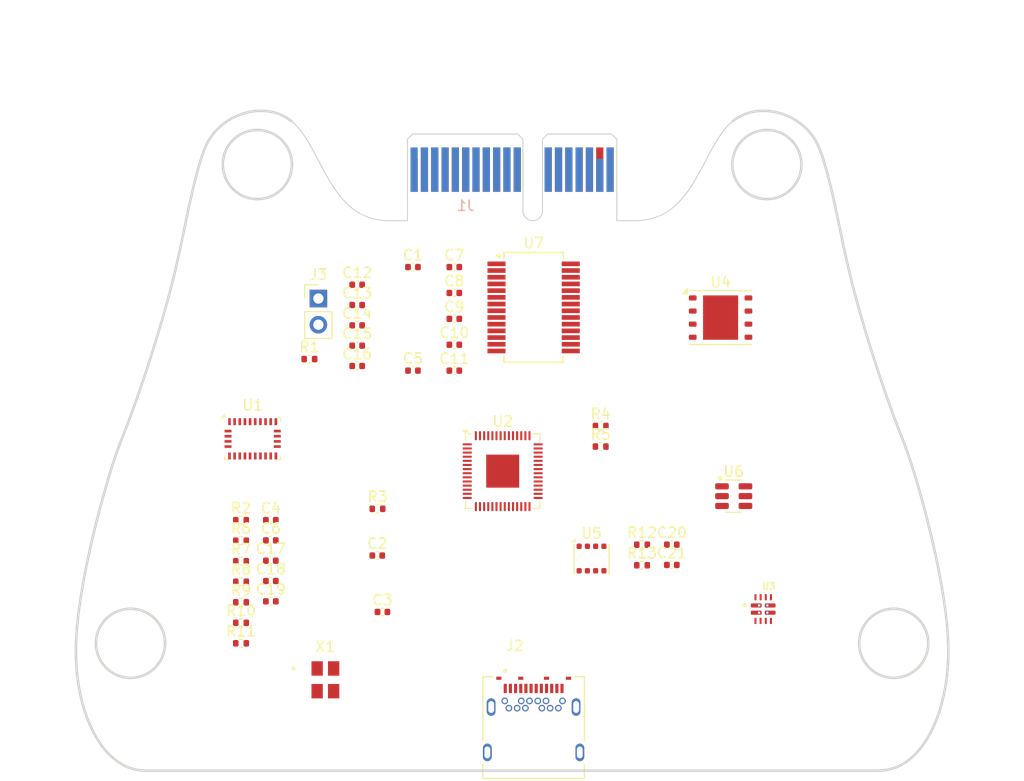
<source format=kicad_pcb>
(kicad_pcb (version 20240108) (generator "pcbnew") (generator_version "8.0")
  (layers (0 "F.Cu" signal) (31 "B.Cu" signal) (34 "B.Paste" user) (35 "F.Paste" user) (36 "B.SilkS" user "B.Silkscreen") (37 "F.SilkS" user "F.Silkscreen") (38 "B.Mask" user) (39 "F.Mask" user) (44 "Edge.Cuts" user))
  (net 0 "")
  (net 12 "VBM")
  (net 16 "/XIN")
  (net 22 "Net-(U1-GNDIO-Pad15)")
  (net 49 "+3V3")
  (net 50 "SDA")
  (net 53 "GND")
  (net 55 "SCL")
  (net 57 "Net-(U2-USB_DP)")
  (net 59 "+1V1")
  (net 60 "UDB_D+")
  (net 62 "VBUS")
  (net 68 "Net-(C3-Pad1)")
  (net 78 "UDB_D-")
  (net 83 "/XOUT")
  (net 92 "/USB_D+")
  (net 99 "Net-(U3-ILIM)")
  (net 100 "Net-(U3-OV2)")
  (net 102 "/vpre")
  (net 103 "Net-(U3-OV1)")
  (net 118 "/QSPI_SS")
  (net 119 "/QSPI_SCLK")
  (net 120 "/QSPI_SD1")
  (net 121 "/QSPI_SD0")
  (net 122 "/QSPI_SD3")
  (net 123 "/QSPI_SD2")
  (net 124 "/~{USB_BOOT_S}")
  (net 153 "/USB_D-")
  (net 154 "Net-(U2-USB_DM)")
  (net 155 "Net-(U3-SS)")
  (net 156 "Net-(U6-FB)")
  (net 157 "+3.3V")
  (net 158 "Net-(U6-CB)")
  (footprint "Package_SON:WSON-8-1EP_6x5mm_P1.27mm_EP3.4x4.3mm" (layer "F.Cu") (at 166.6275 78.4875)
    (property "Reference" "U4" (at 0 -3.45 0) (layer "F.SilkS"))
    (property "Value" "W25Q128JVP")
    (pad "1" smd roundrect (at -2.7 -1.905) (size 0.75 0.5) (layers "F.Cu" "F.Paste" "F.Mask") (net 118 "/QSPI_SS"))
    (pad "2" smd roundrect (at -2.7 -0.635) (size 0.75 0.5) (layers "F.Cu" "F.Paste" "F.Mask") (net 120 "/QSPI_SD1"))
    (pad "3" smd roundrect (at -2.7 0.635) (size 0.75 0.5) (layers "F.Cu" "F.Paste" "F.Mask") (net 123 "/QSPI_SD2"))
    (pad "4" smd roundrect (at -2.7 1.905) (size 0.75 0.5) (layers "F.Cu" "F.Paste" "F.Mask"))
    (pad "5" smd roundrect (at 2.7 1.905) (size 0.75 0.5) (layers "F.Cu" "F.Paste" "F.Mask") (net 121 "/QSPI_SD0"))
    (pad "6" smd roundrect (at 2.7 0.635) (size 0.75 0.5) (layers "F.Cu" "F.Paste" "F.Mask") (net 119 "/QSPI_SCLK"))
    (pad "7" smd roundrect (at 2.7 -0.635) (size 0.75 0.5) (layers "F.Cu" "F.Paste" "F.Mask") (net 122 "/QSPI_SD3"))
    (pad "8" smd roundrect (at 2.7 -1.905) (size 0.75 0.5) (layers "F.Cu" "F.Paste" "F.Mask") (net 49 "+3V3"))
    (pad "9" smd rect (at 0 0) (size 3.4 4.3) (property pad_prop_heatsink) (layers "F.Cu" "F.Mask"))
  )
  (footprint "Resistor_SMD:R_0402_1005Metric" (layer "F.Cu") (at 159.01 100.51)
    (property "Reference" "R12" (at 0 -1.17 0) (layer "F.SilkS"))
    (property "Value" "4.7k")
    (pad "1" smd roundrect (at -0.51 0) (size 0.54 0.64) (layers "F.Cu" "F.Paste" "F.Mask") (net 49 "+3V3"))
    (pad "2" smd roundrect (at 0.51 0) (size 0.54 0.64) (layers "F.Cu" "F.Paste" "F.Mask") (net 50 "SDA"))
  )
  (footprint "Package_LGA:Bosch_LGA-8_3x3mm_P0.8mm_ClockwisePinNumbering" (layer "F.Cu") (at 154.1125 101.85)
    (property "Reference" "U5" (at 0 -2.45 0) (layer "F.SilkS"))
    (property "Value" "BME680")
    (pad "1" smd roundrect (at -1.2 -1.1875) (size 0.5 0.525) (layers "F.Cu" "F.Paste" "F.Mask") (net 53 "GND"))
    (pad "2" smd roundrect (at -0.4 -1.1875) (size 0.5 0.525) (layers "F.Cu" "F.Paste" "F.Mask") (net 49 "+3V3"))
    (pad "3" smd roundrect (at 0.4 -1.1875) (size 0.5 0.525) (layers "F.Cu" "F.Paste" "F.Mask") (net 50 "SDA"))
    (pad "4" smd roundrect (at 1.2 -1.1875) (size 0.5 0.525) (layers "F.Cu" "F.Paste" "F.Mask") (net 55 "SCL"))
    (pad "5" smd roundrect (at 1.2 1.1875) (size 0.5 0.525) (layers "F.Cu" "F.Paste" "F.Mask") (net 53 "GND"))
    (pad "6" smd roundrect (at 0.4 1.1875) (size 0.5 0.525) (layers "F.Cu" "F.Paste" "F.Mask") (net 49 "+3V3"))
    (pad "7" smd roundrect (at -0.4 1.1875) (size 0.5 0.525) (layers "F.Cu" "F.Paste" "F.Mask") (net 53 "GND"))
    (pad "8" smd roundrect (at -1.2 1.1875) (size 0.5 0.525) (layers "F.Cu" "F.Paste" "F.Mask") (net 49 "+3V3"))
  )
  (footprint "Capacitor_SMD:C_0402_1005Metric" (layer "F.Cu") (at 123.02 104.03)
    (property "Reference" "C18" (at 0 -1.16 0) (layer "F.SilkS"))
    (property "Value" "0.1u")
    (pad "1" smd roundrect (at -0.48 0) (size 0.56 0.62) (layers "F.Cu" "F.Paste" "F.Mask") (net 158 "Net-(U6-CB)"))
    (pad "2" smd roundrect (at 0.48 0) (size 0.56 0.62) (layers "F.Cu" "F.Paste" "F.Mask") (net 157 "+3.3V"))
  )
  (footprint "Resistor_SMD:R_0402_1005Metric" (layer "F.Cu") (at 155 89)
    (property "Reference" "R4" (at 0 -1.17 0) (layer "F.SilkS"))
    (property "Value" "27")
    (pad "1" smd roundrect (at -0.51 0) (size 0.54 0.64) (layers "F.Cu" "F.Paste" "F.Mask") (net 92 "/USB_D+"))
    (pad "2" smd roundrect (at 0.51 0) (size 0.54 0.64) (layers "F.Cu" "F.Paste" "F.Mask") (net 57 "Net-(U2-USB_DP)"))
  )
  (footprint "Capacitor_SMD:C_0402_1005Metric" (layer "F.Cu") (at 123.02 106)
    (property "Reference" "C19" (at 0 -1.16 0) (layer "F.SilkS"))
    (property "Value" "20uF / 25v")
    (pad "1" smd roundrect (at -0.48 0) (size 0.56 0.62) (layers "F.Cu" "F.Paste" "F.Mask") (net 157 "+3.3V"))
    (pad "2" smd roundrect (at 0.48 0) (size 0.56 0.62) (layers "F.Cu" "F.Paste" "F.Mask") (net 53 "GND"))
  )
  (footprint "Resistor_SMD:R_0402_1005Metric" (layer "F.Cu") (at 120.13 110.07)
    (property "Reference" "R11" (at 0 -1.17 0) (layer "F.SilkS"))
    (property "Value" "22.1k")
    (pad "1" smd roundrect (at -0.51 0) (size 0.54 0.64) (layers "F.Cu" "F.Paste" "F.Mask") (net 156 "Net-(U6-FB)"))
    (pad "2" smd roundrect (at 0.51 0) (size 0.54 0.64) (layers "F.Cu" "F.Paste" "F.Mask") (net 53 "GND"))
  )
  (footprint "Resistor_SMD:R_0402_1005Metric" (layer "F.Cu") (at 120.13 100.12)
    (property "Reference" "R6" (at 0 -1.17 0) (layer "F.SilkS"))
    (property "Value" "23.7k")
    (pad "1" smd roundrect (at -0.51 0) (size 0.54 0.64) (layers "F.Cu" "F.Paste" "F.Mask") (net 62 "VBUS"))
    (pad "2" smd roundrect (at 0.51 0) (size 0.54 0.64) (layers "F.Cu" "F.Paste" "F.Mask") (net 103 "Net-(U3-OV1)"))
  )
  (footprint "Capacitor_SMD:C_0402_1005Metric" (layer "F.Cu") (at 123.02 100.09)
    (property "Reference" "C6" (at 0 -1.16 0) (layer "F.SilkS"))
    (property "Value" "0.01u")
    (pad "1" smd roundrect (at -0.48 0) (size 0.56 0.62) (layers "F.Cu" "F.Paste" "F.Mask") (net 155 "Net-(U3-SS)"))
    (pad "2" smd roundrect (at 0.48 0) (size 0.56 0.62) (layers "F.Cu" "F.Paste" "F.Mask") (net 53 "GND"))
  )
  (footprint "Resistor_SMD:R_0402_1005Metric" (layer "F.Cu") (at 133.36 97.03)
    (property "Reference" "R3" (at 0 -1.17 0) (layer "F.SilkS"))
    (property "Value" "1k")
    (pad "1" smd roundrect (at -0.51 0) (size 0.54 0.64) (layers "F.Cu" "F.Paste" "F.Mask") (net 83 "/XOUT"))
    (pad "2" smd roundrect (at 0.51 0) (size 0.54 0.64) (layers "F.Cu" "F.Paste" "F.Mask") (net 68 "Net-(C3-Pad1)"))
  )
  (footprint "TPS2121RUXR:IC_TPS2121RUXR" (layer "F.Cu") (at 170.76 106.75)
    (property "Reference" "U3" (at 0.532 -2.2064 0) (layer "F.SilkS") (effects (font (size 0.64 0.64))))
    (property "Value" "TPS2121RUXR")
    (pad "1" smd roundrect (at -0.675 -0.35) (size 1.05 0.4) (layers "F.Cu" "F.Paste") (net 102 "/vpre"))
    (pad "1_1" thru_hole circle (at -0.4 -0.35) (size 0.3 0.3) (drill 0.2) (layers "*.Cu") (net 102 "/vpre"))
    (pad "2" smd roundrect (at -0.675 0.35) (size 1.05 0.4) (layers "F.Cu" "F.Paste") (net 12 "VBM"))
    (pad "2_1" thru_hole circle (at -0.4 0.35) (size 0.3 0.3) (drill 0.2) (layers "*.Cu") (net 12 "VBM"))
    (pad "3" smd roundrect (at -0.75 1.15) (size 0.2 0.6) (layers "F.Cu" "F.Paste") (net 53 "GND"))
    (pad "4" smd roundrect (at -0.25 1.15) (size 0.2 0.6) (layers "F.Cu" "F.Paste") (net 100 "Net-(U3-OV2)"))
    (pad "5" smd roundrect (at 0.25 1.15) (size 0.2 0.6) (layers "F.Cu" "F.Paste") (net 103 "Net-(U3-OV1)"))
    (pad "6" smd roundrect (at 0.75 1.15) (size 0.2 0.6) (layers "F.Cu" "F.Paste") (net 53 "GND"))
    (pad "7" smd roundrect (at 0.675 0.35) (size 1.05 0.4) (layers "F.Cu" "F.Paste") (net 62 "VBUS"))
    (pad "7_1" thru_hole circle (at 0.4 0.35) (size 0.3 0.3) (drill 0.2) (layers "*.Cu") (net 62 "VBUS"))
    (pad "8" smd roundrect (at 0.675 -0.35) (size 1.05 0.4) (layers "F.Cu" "F.Paste") (net 102 "/vpre"))
    (pad "8_1" thru_hole circle (at 0.4 -0.35) (size 0.3 0.3) (drill 0.2) (layers "*.Cu") (net 102 "/vpre"))
    (pad "9" smd roundrect (at 0.75 -1.15) (size 0.2 0.6) (layers "F.Cu" "F.Paste") (net 53 "GND"))
    (pad "10" smd roundrect (at 0.25 -1.15) (size 0.2 0.6) (layers "F.Cu" "F.Paste") (net 99 "Net-(U3-ILIM)"))
    (pad "11" smd roundrect (at -0.25 -1.15) (size 0.2 0.6) (layers "F.Cu" "F.Paste") (net 155 "Net-(U3-SS)"))
    (pad "12" smd roundrect (at -0.75 -1.15) (size 0.2 0.6) (layers "F.Cu" "F.Paste") (net 53 "GND"))
  )
  (footprint "Capacitor_SMD:C_0402_1005Metric" (layer "F.Cu") (at 131.39 83.18)
    (property "Reference" "C16" (at 0 -1.16 0) (layer "F.SilkS"))
    (property "Value" "100n")
    (pad "1" smd roundrect (at -0.48 0) (size 0.56 0.62) (layers "F.Cu" "F.Paste" "F.Mask") (net 49 "+3V3"))
    (pad "2" smd roundrect (at 0.48 0) (size 0.56 0.62) (layers "F.Cu" "F.Paste" "F.Mask") (net 53 "GND"))
  )
  (footprint "TYPE-C-31-M-04:HRO_TYPE-C-31-M-04" (layer "F.Cu") (at 148.5 114.4475)
    (property "Reference" "J2" (at -1.825 -4.135 0) (layer "F.SilkS"))
    (property "Value" "TYPE-C-31-M-04")
    (pad "" np_thru_hole circle (at -3.6 0.56) (size 0.675 0.675) (drill 0.675) (layers "*.Cu" "*.Mask"))
    (pad "" np_thru_hole circle (at 3.75 0.56) (size 0.675 0.675) (drill 0.675) (layers "*.Cu" "*.Mask"))
    (pad "A1" smd rect (at -2.75 0) (size 0.3 0.9) (layers "F.Cu" "F.Paste" "F.Mask") (net 53 "GND"))
    (pad "A2" smd rect (at -2.25 0) (size 0.3 0.9) (layers "F.Cu" "F.Paste" "F.Mask"))
    (pad "A3" smd rect (at -1.75 0) (size 0.3 0.9) (layers "F.Cu" "F.Paste" "F.Mask"))
    (pad "A4" smd rect (at -1.25 0) (size 0.3 0.9) (layers "F.Cu" "F.Paste" "F.Mask") (net 62 "VBUS"))
    (pad "A5" smd rect (at -0.75 0) (size 0.3 0.9) (layers "F.Cu" "F.Paste" "F.Mask"))
    (pad "A6" smd rect (at -0.25 0) (size 0.3 0.9) (layers "F.Cu" "F.Paste" "F.Mask") (net 60 "UDB_D+"))
    (pad "A7" smd rect (at 0.25 0) (size 0.3 0.9) (layers "F.Cu" "F.Paste" "F.Mask") (net 78 "UDB_D-"))
    (pad "A8" smd rect (at 0.75 0) (size 0.3 0.9) (layers "F.Cu" "F.Paste" "F.Mask"))
    (pad "A9" smd rect (at 1.25 0) (size 0.3 0.9) (layers "F.Cu" "F.Paste" "F.Mask") (net 62 "VBUS"))
    (pad "A10" smd rect (at 1.75 0) (size 0.3 0.9) (layers "F.Cu" "F.Paste" "F.Mask"))
    (pad "A11" smd rect (at 2.25 0) (size 0.3 0.9) (layers "F.Cu" "F.Paste" "F.Mask"))
    (pad "A12" smd rect (at 2.75 0) (size 0.3 0.9) (layers "F.Cu" "F.Paste" "F.Mask") (net 53 "GND"))
    (pad "B1" thru_hole circle (at 2.8 1.21) (size 0.64 0.64) (drill 0.4) (layers "*.Cu" "*.Mask") (net 53 "GND"))
    (pad "B2" thru_hole circle (at 2.4 1.91) (size 0.64 0.64) (drill 0.4) (layers "*.Cu" "*.Mask"))
    (pad "B3" thru_hole circle (at 1.6 1.91) (size 0.64 0.64) (drill 0.4) (layers "*.Cu" "*.Mask"))
    (pad "B4" thru_hole circle (at 1.2 1.21) (size 0.64 0.64) (drill 0.4) (layers "*.Cu" "*.Mask") (net 62 "VBUS"))
    (pad "B5" thru_hole circle (at 0.8 1.91) (size 0.64 0.64) (drill 0.4) (layers "*.Cu" "*.Mask"))
    (pad "B6" thru_hole circle (at 0.4 1.21) (size 0.64 0.64) (drill 0.4) (layers "*.Cu" "*.Mask") (net 60 "UDB_D+"))
    (pad "B7" thru_hole circle (at -0.4 1.21) (size 0.64 0.64) (drill 0.4) (layers "*.Cu" "*.Mask") (net 78 "UDB_D-"))
    (pad "B8" thru_hole circle (at -0.8 1.91) (size 0.64 0.64) (drill 0.4) (layers "*.Cu" "*.Mask"))
    (pad "B9" thru_hole circle (at -1.2 1.21) (size 0.64 0.64) (drill 0.4) (layers "*.Cu" "*.Mask") (net 62 "VBUS"))
    (pad "B10" thru_hole circle (at -1.6 1.91) (size 0.64 0.64) (drill 0.4) (layers "*.Cu" "*.Mask"))
    (pad "B11" thru_hole circle (at -2.4 1.91) (size 0.64 0.64) (drill 0.4) (layers "*.Cu" "*.Mask"))
    (pad "B12" thru_hole circle (at -2.8 1.21) (size 0.64 0.64) (drill 0.4) (layers "*.Cu" "*.Mask") (net 53 "GND"))
    (pad "S1" smd rect (at -3.37 -0.99) (size 0.5 0.3) (layers "F.Cu" "F.Paste" "F.Mask") (net 53 "GND"))
    (pad "S2" smd rect (at -1.25 -0.99) (size 0.5 0.3) (layers "F.Cu" "F.Paste" "F.Mask") (net 53 "GND"))
    (pad "S3" smd rect (at 1.25 -0.99) (size 0.5 0.3) (layers "F.Cu" "F.Paste" "F.Mask") (net 53 "GND"))
    (pad "S4" smd rect (at 3.38 -0.99) (size 0.5 0.3) (layers "F.Cu" "F.Paste" "F.Mask") (net 53 "GND"))
    (pad "S5" thru_hole oval (at -4.12 1.8) (size 0.85 1.7) (drill oval 0.55 1.15) (layers "*.Cu" "*.Mask") (net 53 "GND"))
    (pad "S6" thru_hole oval (at 4.12 1.8) (size 0.85 1.7) (drill oval 0.55 1.15) (layers "*.Cu" "*.Mask") (net 53 "GND"))
    (pad "S7" thru_hole oval (at -4.49 6.2) (size 0.85 1.7) (drill oval 0.55 1.15) (layers "*.Cu" "*.Mask") (net 53 "GND"))
    (pad "S8" thru_hole oval (at 4.48 6.2) (size 0.85 1.7) (drill oval 0.55 1.15) (layers "*.Cu" "*.Mask") (net 53 "GND"))
  )
  (footprint "Resistor_SMD:R_0402_1005Metric" (layer "F.Cu") (at 126.76 82.51)
    (property "Reference" "R1" (at 0 -1.17 0) (layer "F.SilkS"))
    (property "Value" "1k")
    (pad "1" smd roundrect (at -0.51 0) (size 0.54 0.64) (layers "F.Cu" "F.Paste" "F.Mask") (net 118 "/QSPI_SS"))
    (pad "2" smd roundrect (at 0.51 0) (size 0.54 0.64) (layers "F.Cu" "F.Paste" "F.Mask") (net 124 "/~{USB_BOOT_S}"))
  )
  (footprint "Resistor_SMD:R_0402_1005Metric" (layer "F.Cu") (at 120.13 98.13)
    (property "Reference" "R2" (at 0 -1.17 0) (layer "F.SilkS"))
    (property "Value" "51.1k")
    (pad "1" smd roundrect (at -0.51 0) (size 0.54 0.64) (layers "F.Cu" "F.Paste" "F.Mask") (net 99 "Net-(U3-ILIM)"))
    (pad "2" smd roundrect (at 0.51 0) (size 0.54 0.64) (layers "F.Cu" "F.Paste" "F.Mask") (net 53 "GND"))
  )
  (footprint "Capacitor_SMD:C_0402_1005Metric" (layer "F.Cu") (at 140.81 81.12)
    (property "Reference" "C10" (at 0 -1.16 0) (layer "F.SilkS"))
    (property "Value" "1u")
    (pad "1" smd roundrect (at -0.48 0) (size 0.56 0.62) (layers "F.Cu" "F.Paste" "F.Mask") (net 49 "+3V3"))
    (pad "2" smd roundrect (at 0.48 0) (size 0.56 0.62) (layers "F.Cu" "F.Paste" "F.Mask") (net 53 "GND"))
  )
  (footprint "Capacitor_SMD:C_0402_1005Metric" (layer "F.Cu") (at 136.8 83.63)
    (property "Reference" "C5" (at 0 -1.16 0) (layer "F.SilkS"))
    (property "Value" "100n")
    (pad "1" smd roundrect (at -0.48 0) (size 0.56 0.62) (layers "F.Cu" "F.Paste" "F.Mask") (net 59 "+1V1"))
    (pad "2" smd roundrect (at 0.48 0) (size 0.56 0.62) (layers "F.Cu" "F.Paste" "F.Mask") (net 53 "GND"))
  )
  (footprint "Capacitor_SMD:C_0402_1005Metric" (layer "F.Cu") (at 140.81 73.59)
    (property "Reference" "C7" (at 0 -1.16 0) (layer "F.SilkS"))
    (property "Value" "100n")
    (pad "1" smd roundrect (at -0.48 0) (size 0.56 0.62) (layers "F.Cu" "F.Paste" "F.Mask") (net 59 "+1V1"))
    (pad "2" smd roundrect (at 0.48 0) (size 0.56 0.62) (layers "F.Cu" "F.Paste" "F.Mask") (net 53 "GND"))
  )
  (footprint "Capacitor_SMD:C_0402_1005Metric" (layer "F.Cu") (at 140.81 78.61)
    (property "Reference" "C9" (at 0 -1.16 0) (layer "F.SilkS"))
    (property "Value" "100n")
    (pad "1" smd roundrect (at -0.48 0) (size 0.56 0.62) (layers "F.Cu" "F.Paste" "F.Mask") (net 49 "+3V3"))
    (pad "2" smd roundrect (at 0.48 0) (size 0.56 0.62) (layers "F.Cu" "F.Paste" "F.Mask") (net 53 "GND"))
  )
  (footprint "Capacitor_SMD:C_0402_1005Metric" (layer "F.Cu") (at 133.84 107.03)
    (property "Reference" "C3" (at 0 -1.16 0) (layer "F.SilkS"))
    (property "Value" "15p")
    (pad "1" smd roundrect (at -0.48 0) (size 0.56 0.62) (layers "F.Cu" "F.Paste" "F.Mask") (net 68 "Net-(C3-Pad1)"))
    (pad "2" smd roundrect (at 0.48 0) (size 0.56 0.62) (layers "F.Cu" "F.Paste" "F.Mask") (net 53 "GND"))
  )
  (footprint "Resistor_SMD:R_0402_1005Metric" (layer "F.Cu") (at 155 90.99)
    (property "Reference" "R5" (at 0 -1.17 0) (layer "F.SilkS"))
    (property "Value" "27")
    (pad "1" smd roundrect (at -0.51 0) (size 0.54 0.64) (layers "F.Cu" "F.Paste" "F.Mask") (net 153 "/USB_D-"))
    (pad "2" smd roundrect (at 0.51 0) (size 0.54 0.64) (layers "F.Cu" "F.Paste" "F.Mask") (net 154 "Net-(U2-USB_DM)"))
  )
  (footprint "Capacitor_SMD:C_0402_1005Metric" (layer "F.Cu") (at 140.81 83.63)
    (property "Reference" "C11" (at 0 -1.16 0) (layer "F.SilkS"))
    (property "Value" "100n")
    (pad "1" smd roundrect (at -0.48 0) (size 0.56 0.62) (layers "F.Cu" "F.Paste" "F.Mask") (net 49 "+3V3"))
    (pad "2" smd roundrect (at 0.48 0) (size 0.56 0.62) (layers "F.Cu" "F.Paste" "F.Mask") (net 53 "GND"))
  )
  (footprint "Capacitor_SMD:C_0402_1005Metric" (layer "F.Cu") (at 131.39 75.3)
    (property "Reference" "C12" (at 0 -1.16 0) (layer "F.SilkS"))
    (property "Value" "100n")
    (pad "1" smd roundrect (at -0.48 0) (size 0.56 0.62) (layers "F.Cu" "F.Paste" "F.Mask") (net 49 "+3V3"))
    (pad "2" smd roundrect (at 0.48 0) (size 0.56 0.62) (layers "F.Cu" "F.Paste" "F.Mask") (net 53 "GND"))
  )
  (footprint "crystal:ABM8-272-T3_ABR" (layer "F.Cu") (at 128.31 113.61)
    (property "Reference" "X1" (at -0.020001 -3.2 0) (layer "F.SilkS"))
    (property "Value" "ABM8-272-T3")
    (pad "1" smd rect (at -0.800001 -1.1) (size 1.1 1.4) (layers "F.Cu" "F.Paste" "F.Mask") (net 16 "/XIN"))
    (pad "2" smd rect (at -0.800001 1.1) (size 1.1 1.4) (layers "F.Cu" "F.Paste" "F.Mask") (net 53 "GND"))
    (pad "3" smd rect (at 0.800001 1.1) (size 1.1 1.4) (layers "F.Cu" "F.Paste" "F.Mask") (net 68 "Net-(C3-Pad1)"))
    (pad "4" smd rect (at 0.800001 -1.1) (size 1.1 1.4) (layers "F.Cu" "F.Paste" "F.Mask") (net 53 "GND"))
  )
  (footprint "Connector_PinHeader_2.54mm:PinHeader_1x02_P2.54mm_Vertical" (layer "F.Cu") (at 127.63 76.64)
    (property "Reference" "J3" (at 0 -2.33 0) (layer "F.SilkS"))
    (property "Value" "Conn_01x02")
    (pad "1" thru_hole rect (at 0 0) (size 1.7 1.7) (drill 1) (layers "*.Cu" "*.Mask") (net 124 "/~{USB_BOOT_S}"))
    (pad "2" thru_hole oval (at 0 2.54) (size 1.7 1.7) (drill 1) (layers "*.Cu" "*.Mask") (net 53 "GND"))
  )
  (footprint "Capacitor_SMD:C_0402_1005Metric" (layer "F.Cu") (at 123.02 98.12)
    (property "Reference" "C4" (at 0 -1.16 0) (layer "F.SilkS"))
    (property "Value" "100u")
    (pad "1" smd roundrect (at -0.48 0) (size 0.56 0.62) (layers "F.Cu" "F.Paste" "F.Mask") (net 102 "/vpre"))
    (pad "2" smd roundrect (at 0.48 0) (size 0.56 0.62) (layers "F.Cu" "F.Paste" "F.Mask") (net 53 "GND"))
  )
  (footprint "Resistor_SMD:R_0402_1005Metric" (layer "F.Cu") (at 120.13 108.08)
    (property "Reference" "R10" (at 0 -1.17 0) (layer "F.SilkS"))
    (property "Value" "100k")
    (pad "1" smd roundrect (at -0.51 0) (size 0.54 0.64) (layers "F.Cu" "F.Paste" "F.Mask") (net 157 "+3.3V"))
    (pad "2" smd roundrect (at 0.51 0) (size 0.54 0.64) (layers "F.Cu" "F.Paste" "F.Mask") (net 156 "Net-(U6-FB)"))
  )
  (footprint "Resistor_SMD:R_0402_1005Metric" (layer "F.Cu") (at 159.01 102.5)
    (property "Reference" "R13" (at 0 -1.17 0) (layer "F.SilkS"))
    (property "Value" "4.7k")
    (pad "1" smd roundrect (at -0.51 0) (size 0.54 0.64) (layers "F.Cu" "F.Paste" "F.Mask") (net 55 "SCL"))
    (pad "2" smd roundrect (at 0.51 0) (size 0.54 0.64) (layers "F.Cu" "F.Paste" "F.Mask") (net 49 "+3V3"))
  )
  (footprint "Capacitor_SMD:C_0402_1005Metric" (layer "F.Cu") (at 161.9 102.47)
    (property "Reference" "C21" (at 0 -1.16 0) (layer "F.SilkS"))
    (property "Value" "100n")
    (pad "1" smd roundrect (at -0.48 0) (size 0.56 0.62) (layers "F.Cu" "F.Paste" "F.Mask") (net 49 "+3V3"))
    (pad "2" smd roundrect (at 0.48 0) (size 0.56 0.62) (layers "F.Cu" "F.Paste" "F.Mask") (net 53 "GND"))
  )
  (footprint "Package_DFN_QFN:QFN-56-1EP_7x7mm_P0.4mm_EP3.2x3.2mm" (layer "F.Cu") (at 145.5 93.3775)
    (property "Reference" "U2" (at 0 -4.83 0) (layer "F.SilkS"))
    (property "Value" "RP2040")
    (pad "1" smd roundrect (at -3.4375 -2.6) (size 0.875 0.2) (layers "F.Cu" "F.Paste" "F.Mask") (net 49 "+3V3"))
    (pad "2" smd roundrect (at -3.4375 -2.2) (size 0.875 0.2) (layers "F.Cu" "F.Paste" "F.Mask") (net 50 "SDA"))
    (pad "3" smd roundrect (at -3.4375 -1.8) (size 0.875 0.2) (layers "F.Cu" "F.Paste" "F.Mask") (net 55 "SCL"))
    (pad "4" smd roundrect (at -3.4375 -1.4) (size 0.875 0.2) (layers "F.Cu" "F.Paste" "F.Mask"))
    (pad "5" smd roundrect (at -3.4375 -1) (size 0.875 0.2) (layers "F.Cu" "F.Paste" "F.Mask"))
    (pad "6" smd roundrect (at -3.4375 -0.6) (size 0.875 0.2) (layers "F.Cu" "F.Paste" "F.Mask"))
    (pad "7" smd roundrect (at -3.4375 -0.2) (size 0.875 0.2) (layers "F.Cu" "F.Paste" "F.Mask"))
    (pad "8" smd roundrect (at -3.4375 0.2) (size 0.875 0.2) (layers "F.Cu" "F.Paste" "F.Mask"))
    (pad "9" smd roundrect (at -3.4375 0.6) (size 0.875 0.2) (layers "F.Cu" "F.Paste" "F.Mask"))
    (pad "10" smd roundrect (at -3.4375 1) (size 0.875 0.2) (layers "F.Cu" "F.Paste" "F.Mask") (net 49 "+3V3"))
    (pad "11" smd roundrect (at -3.4375 1.4) (size 0.875 0.2) (layers "F.Cu" "F.Paste" "F.Mask"))
    (pad "12" smd roundrect (at -3.4375 1.8) (size 0.875 0.2) (layers "F.Cu" "F.Paste" "F.Mask"))
    (pad "13" smd roundrect (at -3.4375 2.2) (size 0.875 0.2) (layers "F.Cu" "F.Paste" "F.Mask"))
    (pad "14" smd roundrect (at -3.4375 2.6) (size 0.875 0.2) (layers "F.Cu" "F.Paste" "F.Mask"))
    (pad "15" smd roundrect (at -2.6 3.4375) (size 0.2 0.875) (layers "F.Cu" "F.Paste" "F.Mask"))
    (pad "16" smd roundrect (at -2.2 3.4375) (size 0.2 0.875) (layers "F.Cu" "F.Paste" "F.Mask"))
    (pad "17" smd roundrect (at -1.8 3.4375) (size 0.2 0.875) (layers "F.Cu" "F.Paste" "F.Mask"))
    (pad "18" smd roundrect (at -1.4 3.4375) (size 0.2 0.875) (layers "F.Cu" "F.Paste" "F.Mask"))
    (pad "19" smd roundrect (at -1 3.4375) (size 0.2 0.875) (layers "F.Cu" "F.Paste" "F.Mask"))
    (pad "20" smd roundrect (at -0.6 3.4375) (size 0.2 0.875) (layers "F.Cu" "F.Paste" "F.Mask") (net 16 "/XIN"))
    (pad "21" smd roundrect (at -0.2 3.4375) (size 0.2 0.875) (layers "F.Cu" "F.Paste" "F.Mask") (net 83 "/XOUT"))
    (pad "22" smd roundrect (at 0.2 3.4375) (size 0.2 0.875) (layers "F.Cu" "F.Paste" "F.Mask") (net 49 "+3V3"))
    (pad "23" smd roundrect (at 0.6 3.4375) (size 0.2 0.875) (layers "F.Cu" "F.Paste" "F.Mask") (net 59 "+1V1"))
    (pad "24" smd roundrect (at 1 3.4375) (size 0.2 0.875) (layers "F.Cu" "F.Paste" "F.Mask"))
    (pad "25" smd roundrect (at 1.4 3.4375) (size 0.2 0.875) (layers "F.Cu" "F.Paste" "F.Mask"))
    (pad "26" smd roundrect (at 1.8 3.4375) (size 0.2 0.875) (layers "F.Cu" "F.Paste" "F.Mask"))
    (pad "27" smd roundrect (at 2.2 3.4375) (size 0.2 0.875) (layers "F.Cu" "F.Paste" "F.Mask"))
    (pad "28" smd roundrect (at 2.6 3.4375) (size 0.2 0.875) (layers "F.Cu" "F.Paste" "F.Mask"))
    (pad "29" smd roundrect (at 3.4375 2.6) (size 0.875 0.2) (layers "F.Cu" "F.Paste" "F.Mask"))
    (pad "30" smd roundrect (at 3.4375 2.2) (size 0.875 0.2) (layers "F.Cu" "F.Paste" "F.Mask"))
    (pad "31" smd roundrect (at 3.4375 1.8) (size 0.875 0.2) (layers "F.Cu" "F.Paste" "F.Mask"))
    (pad "32" smd roundrect (at 3.4375 1.4) (size 0.875 0.2) (layers "F.Cu" "F.Paste" "F.Mask"))
    (pad "33" smd roundrect (at 3.4375 1) (size 0.875 0.2) (layers "F.Cu" "F.Paste" "F.Mask") (net 49 "+3V3"))
    (pad "34" smd roundrect (at 3.4375 0.6) (size 0.875 0.2) (layers "F.Cu" "F.Paste" "F.Mask"))
    (pad "35" smd roundrect (at 3.4375 0.2) (size 0.875 0.2) (layers "F.Cu" "F.Paste" "F.Mask"))
    (pad "36" smd roundrect (at 3.4375 -0.2) (size 0.875 0.2) (layers "F.Cu" "F.Paste" "F.Mask"))
    (pad "37" smd roundrect (at 3.4375 -0.6) (size 0.875 0.2) (layers "F.Cu" "F.Paste" "F.Mask"))
    (pad "38" smd roundrect (at 3.4375 -1) (size 0.875 0.2) (layers "F.Cu" "F.Paste" "F.Mask"))
    (pad "39" smd roundrect (at 3.4375 -1.4) (size 0.875 0.2) (layers "F.Cu" "F.Paste" "F.Mask"))
    (pad "40" smd roundrect (at 3.4375 -1.8) (size 0.875 0.2) (layers "F.Cu" "F.Paste" "F.Mask"))
    (pad "41" smd roundrect (at 3.4375 -2.2) (size 0.875 0.2) (layers "F.Cu" "F.Paste" "F.Mask"))
    (pad "42" smd roundrect (at 3.4375 -2.6) (size 0.875 0.2) (layers "F.Cu" "F.Paste" "F.Mask") (net 49 "+3V3"))
    (pad "43" smd roundrect (at 2.6 -3.4375) (size 0.2 0.875) (layers "F.Cu" "F.Paste" "F.Mask") (net 49 "+3V3"))
    (pad "44" smd roundrect (at 2.2 -3.4375) (size 0.2 0.875) (layers "F.Cu" "F.Paste" "F.Mask") (net 49 "+3V3"))
    (pad "45" smd roundrect (at 1.8 -3.4375) (size 0.2 0.875) (layers "F.Cu" "F.Paste" "F.Mask") (net 59 "+1V1"))
    (pad "46" smd roundrect (at 1.4 -3.4375) (size 0.2 0.875) (layers "F.Cu" "F.Paste" "F.Mask") (net 154 "Net-(U2-USB_DM)"))
    (pad "47" smd roundrect (at 1 -3.4375) (size 0.2 0.875) (layers "F.Cu" "F.Paste" "F.Mask") (net 57 "Net-(U2-USB_DP)"))
    (pad "48" smd roundrect (at 0.6 -3.4375) (size 0.2 0.875) (layers "F.Cu" "F.Paste" "F.Mask") (net 49 "+3V3"))
    (pad "49" smd roundrect (at 0.2 -3.4375) (size 0.2 0.875) (layers "F.Cu" "F.Paste" "F.Mask") (net 49 "+3V3"))
    (pad "50" smd roundrect (at -0.2 -3.4375) (size 0.2 0.875) (layers "F.Cu" "F.Paste" "F.Mask") (net 59 "+1V1"))
    (pad "51" smd roundrect (at -0.6 -3.4375) (size 0.2 0.875) (layers "F.Cu" "F.Paste" "F.Mask"))
    (pad "52" smd roundrect (at -1 -3.4375) (size 0.2 0.875) (layers "F.Cu" "F.Paste" "F.Mask") (net 119 "/QSPI_SCLK"))
    (pad "53" smd roundrect (at -1.4 -3.4375) (size 0.2 0.875) (layers "F.Cu" "F.Paste" "F.Mask"))
    (pad "54" smd roundrect (at -1.8 -3.4375) (size 0.2 0.875) (layers "F.Cu" "F.Paste" "F.Mask"))
    (pad "55" smd roundrect (at -2.2 -3.4375) (size 0.2 0.875) (layers "F.Cu" "F.Paste" "F.Mask"))
    (pad "56" smd roundrect (at -2.6 -3.4375) (size 0.2 0.875) (layers "F.Cu" "F.Paste" "F.Mask") (net 118 "/QSPI_SS"))
    (pad "57" smd rect (at 0 0) (size 3.2 3.2) (property pad_prop_heatsink) (layers "F.Cu" "F.Mask") (net 53 "GND"))
  )
  (footprint "Resistor_SMD:R_0402_1005Metric" (layer "F.Cu") (at 120.13 104.1)
    (property "Reference" "R8" (at 0 -1.17 0) (layer "F.SilkS"))
    (property "Value" "23.7k")
    (pad "1" smd roundrect (at -0.51 0) (size 0.54 0.64) (layers "F.Cu" "F.Paste" "F.Mask") (net 12 "VBM"))
    (pad "2" smd roundrect (at 0.51 0) (size 0.54 0.64) (layers "F.Cu" "F.Paste" "F.Mask") (net 100 "Net-(U3-OV2)"))
  )
  (footprint "Capacitor_SMD:C_0402_1005Metric" (layer "F.Cu") (at 140.81 76.1)
    (property "Reference" "C8" (at 0 -1.16 0) (layer "F.SilkS"))
    (property "Value" "1u")
    (pad "1" smd roundrect (at -0.48 0) (size 0.56 0.62) (layers "F.Cu" "F.Paste" "F.Mask") (net 59 "+1V1"))
    (pad "2" smd roundrect (at 0.48 0) (size 0.56 0.62) (layers "F.Cu" "F.Paste" "F.Mask") (net 53 "GND"))
  )
  (footprint "Resistor_SMD:R_0402_1005Metric" (layer "F.Cu") (at 120.13 106.09)
    (property "Reference" "R9" (at 0 -1.17 0) (layer "F.SilkS"))
    (property "Value" "23.7k")
    (pad "1" smd roundrect (at -0.51 0) (size 0.54 0.64) (layers "F.Cu" "F.Paste" "F.Mask") (net 100 "Net-(U3-OV2)"))
    (pad "2" smd roundrect (at 0.51 0) (size 0.54 0.64) (layers "F.Cu" "F.Paste" "F.Mask") (net 53 "GND"))
  )
  (footprint "Capacitor_SMD:C_0402_1005Metric" (layer "F.Cu") (at 123.02 102.06)
    (property "Reference" "C17" (at 0 -1.16 0) (layer "F.SilkS"))
    (property "Value" "2.2u")
    (pad "1" smd roundrect (at -0.48 0) (size 0.56 0.62) (layers "F.Cu" "F.Paste" "F.Mask") (net 102 "/vpre"))
    (pad "2" smd roundrect (at 0.48 0) (size 0.56 0.62) (layers "F.Cu" "F.Paste" "F.Mask") (net 53 "GND"))
  )
  (footprint "Capacitor_SMD:C_0402_1005Metric" (layer "F.Cu") (at 133.34 101.56)
    (property "Reference" "C2" (at 0 -1.16 0) (layer "F.SilkS"))
    (property "Value" "15p")
    (pad "1" smd roundrect (at -0.48 0) (size 0.56 0.62) (layers "F.Cu" "F.Paste" "F.Mask") (net 16 "/XIN"))
    (pad "2" smd roundrect (at 0.48 0) (size 0.56 0.62) (layers "F.Cu" "F.Paste" "F.Mask") (net 53 "GND"))
  )
  (footprint "Capacitor_SMD:C_0402_1005Metric" (layer "F.Cu") (at 131.39 79.24)
    (property "Reference" "C14" (at 0 -1.16 0) (layer "F.SilkS"))
    (property "Value" "100n")
    (pad "1" smd roundrect (at -0.48 0) (size 0.56 0.62) (layers "F.Cu" "F.Paste" "F.Mask") (net 49 "+3V3"))
    (pad "2" smd roundrect (at 0.48 0) (size 0.56 0.62) (layers "F.Cu" "F.Paste" "F.Mask") (net 53 "GND"))
  )
  (footprint "Capacitor_SMD:C_0402_1005Metric" (layer "F.Cu") (at 131.39 77.27)
    (property "Reference" "C13" (at 0 -1.16 0) (layer "F.SilkS"))
    (property "Value" "100n")
    (pad "1" smd roundrect (at -0.48 0) (size 0.56 0.62) (layers "F.Cu" "F.Paste" "F.Mask") (net 49 "+3V3"))
    (pad "2" smd roundrect (at 0.48 0) (size 0.56 0.62) (layers "F.Cu" "F.Paste" "F.Mask") (net 53 "GND"))
  )
  (footprint "Capacitor_SMD:C_0402_1005Metric" (layer "F.Cu") (at 136.8 73.59)
    (property "Reference" "C1" (at 0 -1.16 0) (layer "F.SilkS"))
    (property "Value" "100n")
    (pad "1" smd roundrect (at -0.48 0) (size 0.56 0.62) (layers "F.Cu" "F.Paste" "F.Mask") (net 49 "+3V3"))
    (pad "2" smd roundrect (at 0.48 0) (size 0.56 0.62) (layers "F.Cu" "F.Paste" "F.Mask") (net 53 "GND"))
  )
  (footprint "Resistor_SMD:R_0402_1005Metric" (layer "F.Cu") (at 120.13 102.11)
    (property "Reference" "R7" (at 0 -1.17 0) (layer "F.SilkS"))
    (property "Value" "23.7k")
    (pad "1" smd roundrect (at -0.51 0) (size 0.54 0.64) (layers "F.Cu" "F.Paste" "F.Mask") (net 103 "Net-(U3-OV1)"))
    (pad "2" smd roundrect (at 0.51 0) (size 0.54 0.64) (layers "F.Cu" "F.Paste" "F.Mask") (net 53 "GND"))
  )
  (footprint "Capacitor_SMD:C_0402_1005Metric" (layer "F.Cu") (at 161.9 100.5)
    (property "Reference" "C20" (at 0 -1.16 0) (layer "F.SilkS"))
    (property "Value" "100n")
    (pad "1" smd roundrect (at -0.48 0) (size 0.56 0.62) (layers "F.Cu" "F.Paste" "F.Mask") (net 49 "+3V3"))
    (pad "2" smd roundrect (at 0.48 0) (size 0.56 0.62) (layers "F.Cu" "F.Paste" "F.Mask") (net 53 "GND"))
  )
  (footprint "Package_LGA:LGA-28_5.2x3.8mm_P0.5mm" (layer "F.Cu") (at 121.2575 90.2425)
    (property "Reference" "U1" (at 0 -3.25 0) (layer "F.SilkS"))
    (property "Value" "BNO055")
    (pad "1" smd rect (at -2.25 -1.6625) (size 0.254 0.675) (layers "F.Cu" "F.Paste" "F.Mask"))
    (pad "2" smd rect (at -2.3875 -0.75 90) (size 0.254 0.675) (layers "F.Cu" "F.Paste" "F.Mask"))
    (pad "3" smd rect (at -2.3875 -0.25 90) (size 0.254 0.675) (layers "F.Cu" "F.Paste" "F.Mask"))
    (pad "4" smd rect (at -2.3875 0.25 90) (size 0.254 0.675) (layers "F.Cu" "F.Paste" "F.Mask"))
    (pad "5" smd rect (at -2.3875 0.75 90) (size 0.254 0.675) (layers "F.Cu" "F.Paste" "F.Mask"))
    (pad "6" smd rect (at -2.25 1.6625) (size 0.254 0.675) (layers "F.Cu" "F.Paste" "F.Mask"))
    (pad "7" smd rect (at -1.75 1.6625) (size 0.254 0.675) (layers "F.Cu" "F.Paste" "F.Mask"))
    (pad "8" smd rect (at -1.25 1.6625) (size 0.254 0.675) (layers "F.Cu" "F.Paste" "F.Mask"))
    (pad "9" smd rect (at -0.75 1.6625) (size 0.254 0.675) (layers "F.Cu" "F.Paste" "F.Mask"))
    (pad "10" smd rect (at -0.25 1.6625) (size 0.254 0.675) (layers "F.Cu" "F.Paste" "F.Mask"))
    (pad "11" smd rect (at 0.25 1.6625) (size 0.254 0.675) (layers "F.Cu" "F.Paste" "F.Mask"))
    (pad "12" smd rect (at 0.75 1.6625) (size 0.254 0.675) (layers "F.Cu" "F.Paste" "F.Mask"))
    (pad "13" smd rect (at 1.25 1.6625) (size 0.254 0.675) (layers "F.Cu" "F.Paste" "F.Mask"))
    (pad "14" smd rect (at 1.75 1.6625) (size 0.254 0.675) (layers "F.Cu" "F.Paste" "F.Mask"))
    (pad "15" smd rect (at 2.25 1.6625) (size 0.254 0.675) (layers "F.Cu" "F.Paste" "F.Mask") (net 22 "Net-(U1-GNDIO-Pad15)"))
    (pad "16" smd rect (at 2.3875 0.75 90) (size 0.254 0.675) (layers "F.Cu" "F.Paste" "F.Mask") (net 22 "Net-(U1-GNDIO-Pad15)"))
    (pad "17" smd rect (at 2.3875 0.25 90) (size 0.254 0.675) (layers "F.Cu" "F.Paste" "F.Mask"))
    (pad "18" smd rect (at 2.3875 -0.25 90) (size 0.254 0.675) (layers "F.Cu" "F.Paste" "F.Mask"))
    (pad "19" smd rect (at 2.3875 -0.75 90) (size 0.254 0.675) (layers "F.Cu" "F.Paste" "F.Mask"))
    (pad "20" smd rect (at 2.25 -1.6625) (size 0.254 0.675) (layers "F.Cu" "F.Paste" "F.Mask"))
    (pad "21" smd rect (at 1.75 -1.6625) (size 0.254 0.675) (layers "F.Cu" "F.Paste" "F.Mask"))
    (pad "22" smd rect (at 1.25 -1.6625) (size 0.254 0.675) (layers "F.Cu" "F.Paste" "F.Mask"))
    (pad "23" smd rect (at 0.75 -1.6625) (size 0.254 0.675) (layers "F.Cu" "F.Paste" "F.Mask"))
    (pad "24" smd rect (at 0.25 -1.6625) (size 0.254 0.675) (layers "F.Cu" "F.Paste" "F.Mask"))
    (pad "25" smd rect (at -0.25 -1.6625) (size 0.254 0.675) (layers "F.Cu" "F.Paste" "F.Mask") (net 22 "Net-(U1-GNDIO-Pad15)"))
    (pad "26" smd rect (at -0.75 -1.6625) (size 0.254 0.675) (layers "F.Cu" "F.Paste" "F.Mask"))
    (pad "27" smd rect (at -1.25 -1.6625) (size 0.254 0.675) (layers "F.Cu" "F.Paste" "F.Mask"))
    (pad "28" smd rect (at -1.75 -1.6625) (size 0.254 0.675) (layers "F.Cu" "F.Paste" "F.Mask"))
  )
  (footprint "Package_TO_SOT_SMD:SOT-23-6" (layer "F.Cu") (at 167.9 95.8)
    (property "Reference" "U6" (at 0 -2.4 0) (layer "F.SilkS"))
    (property "Value" "LMR51430 1.1k FPWM")
    (pad "1" smd roundrect (at -1.1375 -0.95) (size 1.325 0.6) (layers "F.Cu" "F.Paste" "F.Mask") (net 53 "GND"))
    (pad "2" smd roundrect (at -1.1375 0) (size 1.325 0.6) (layers "F.Cu" "F.Paste" "F.Mask") (net 157 "+3.3V"))
    (pad "3" smd roundrect (at -1.1375 0.95) (size 1.325 0.6) (layers "F.Cu" "F.Paste" "F.Mask") (net 102 "/vpre"))
    (pad "4" smd roundrect (at 1.1375 0.95) (size 1.325 0.6) (layers "F.Cu" "F.Paste" "F.Mask") (net 156 "Net-(U6-FB)"))
    (pad "5" smd roundrect (at 1.1375 0) (size 1.325 0.6) (layers "F.Cu" "F.Paste" "F.Mask") (net 102 "/vpre"))
    (pad "6" smd roundrect (at 1.1375 -0.95) (size 1.325 0.6) (layers "F.Cu" "F.Paste" "F.Mask") (net 158 "Net-(U6-CB)"))
  )
  (footprint "Package_SO:SSOP-28_5.3x10.2mm_P0.65mm" (layer "F.Cu") (at 148.5 77.5)
    (property "Reference" "U7" (at 0 -6.25 0) (layer "F.SilkS"))
    (property "Value" "MCP25625-x-SS")
    (pad "1" smd rect (at -3.6 -4.225) (size 1.75 0.45) (layers "F.Cu" "F.Paste" "F.Mask"))
    (pad "2" smd rect (at -3.6 -3.575) (size 1.75 0.45) (layers "F.Cu" "F.Paste" "F.Mask"))
    (pad "3" smd rect (at -3.6 -2.925) (size 1.75 0.45) (layers "F.Cu" "F.Paste" "F.Mask"))
    (pad "4" smd rect (at -3.6 -2.275) (size 1.75 0.45) (layers "F.Cu" "F.Paste" "F.Mask"))
    (pad "5" smd rect (at -3.6 -1.625) (size 1.75 0.45) (layers "F.Cu" "F.Paste" "F.Mask"))
    (pad "6" smd rect (at -3.6 -0.975) (size 1.75 0.45) (layers "F.Cu" "F.Paste" "F.Mask"))
    (pad "7" smd rect (at -3.6 -0.325) (size 1.75 0.45) (layers "F.Cu" "F.Paste" "F.Mask"))
    (pad "8" smd rect (at -3.6 0.325) (size 1.75 0.45) (layers "F.Cu" "F.Paste" "F.Mask"))
    (pad "9" smd rect (at -3.6 0.975) (size 1.75 0.45) (layers "F.Cu" "F.Paste" "F.Mask"))
    (pad "10" smd rect (at -3.6 1.625) (size 1.75 0.45) (layers "F.Cu" "F.Paste" "F.Mask"))
    (pad "11" smd rect (at -3.6 2.275) (size 1.75 0.45) (layers "F.Cu" "F.Paste" "F.Mask"))
    (pad "12" smd rect (at -3.6 2.925) (size 1.75 0.45) (layers "F.Cu" "F.Paste" "F.Mask"))
    (pad "13" smd rect (at -3.6 3.575) (size 1.75 0.45) (layers "F.Cu" "F.Paste" "F.Mask"))
    (pad "14" smd rect (at -3.6 4.225) (size 1.75 0.45) (layers "F.Cu" "F.Paste" "F.Mask"))
    (pad "15" smd rect (at 3.6 4.225) (size 1.75 0.45) (layers "F.Cu" "F.Paste" "F.Mask"))
    (pad "16" smd rect (at 3.6 3.575) (size 1.75 0.45) (layers "F.Cu" "F.Paste" "F.Mask"))
    (pad "17" smd rect (at 3.6 2.925) (size 1.75 0.45) (layers "F.Cu" "F.Paste" "F.Mask"))
    (pad "18" smd rect (at 3.6 2.275) (size 1.75 0.45) (layers "F.Cu" "F.Paste" "F.Mask"))
    (pad "19" smd rect (at 3.6 1.625) (size 1.75 0.45) (layers "F.Cu" "F.Paste" "F.Mask"))
    (pad "20" smd rect (at 3.6 0.975) (size 1.75 0.45) (layers "F.Cu" "F.Paste" "F.Mask"))
    (pad "21" smd rect (at 3.6 0.325) (size 1.75 0.45) (layers "F.Cu" "F.Paste" "F.Mask"))
    (pad "22" smd rect (at 3.6 -0.325) (size 1.75 0.45) (layers "F.Cu" "F.Paste" "F.Mask"))
    (pad "23" smd rect (at 3.6 -0.975) (size 1.75 0.45) (layers "F.Cu" "F.Paste" "F.Mask"))
    (pad "24" smd rect (at 3.6 -1.625) (size 1.75 0.45) (layers "F.Cu" "F.Paste" "F.Mask"))
    (pad "25" smd rect (at 3.6 -2.275) (size 1.75 0.45) (layers "F.Cu" "F.Paste" "F.Mask"))
    (pad "26" smd rect (at 3.6 -2.925) (size 1.75 0.45) (layers "F.Cu" "F.Paste" "F.Mask"))
    (pad "27" smd rect (at 3.6 -3.575) (size 1.75 0.45) (layers "F.Cu" "F.Paste" "F.Mask"))
    (pad "28" smd rect (at 3.6 -4.225) (size 1.75 0.45) (layers "F.Cu" "F.Paste" "F.Mask"))
  )
  (footprint "Capacitor_SMD:C_0402_1005Metric" (layer "F.Cu") (at 131.39 81.21)
    (property "Reference" "C15" (at 0 -1.16 0) (layer "F.SilkS"))
    (property "Value" "100n")
    (pad "1" smd roundrect (at -0.48 0) (size 0.56 0.62) (layers "F.Cu" "F.Paste" "F.Mask") (net 49 "+3V3"))
    (pad "2" smd roundrect (at 0.48 0) (size 0.56 0.62) (layers "F.Cu" "F.Paste" "F.Mask") (net 53 "GND"))
  )
  (footprint "Connector_PCBEdge:BUS_PCIexpress_x1" (layer "B.Cu") (at 136.913 64.138595)
    (property "Reference" "J1" (at 5 3.5 0) (layer "B.SilkS") (effects (justify mirror)))
    (property "Value" "Bus_PCI_Express_x1")
    (fp_line (start -0.65 -2.95) (end -0.65 4.95) (stroke (width 0.1)) (layer "Edge.Cuts"))
    (fp_line (start -0.15 -3.45) (end -0.65 -2.95) (stroke (width 0.1)) (layer "Edge.Cuts"))
    (fp_line (start 10.05 -3.45) (end -0.15 -3.45) (stroke (width 0.1)) (layer "Edge.Cuts"))
    (fp_line (start 10.05 -3.45) (end 10.55 -2.95) (stroke (width 0.1)) (layer "Edge.Cuts"))
    (fp_line (start 10.55 -2.95) (end 10.55 4) (stroke (width 0.1)) (layer "Edge.Cuts"))
    (fp_line (start 12.45 -2.95) (end 12.45 4) (stroke (width 0.1)) (layer "Edge.Cuts"))
    (fp_line (start 12.95 -3.45) (end 12.45 -2.95) (stroke (width 0.1)) (layer "Edge.Cuts"))
    (fp_line (start 19.15 -3.45) (end 12.95 -3.45) (stroke (width 0.1)) (layer "Edge.Cuts"))
    (fp_line (start 19.15 -3.45) (end 19.65 -2.95) (stroke (width 0.1)) (layer "Edge.Cuts"))
    (fp_line (start 19.65 -2.95) (end 19.65 4.95) (stroke (width 0.1)) (layer "Edge.Cuts"))
    (fp_arc (start 12.45 4) (mid 11.5 4.95) (end 10.55 4) (stroke (width 0.1)) (layer "Edge.Cuts"))
    (pad "A1" connect rect (at 0 0.55) (size 0.7 3.2) (layers "F.Cu" "F.Mask") (net 12 "VBM"))
    (pad "A2" connect rect (at 1 0) (size 0.7 4.3) (layers "F.Cu" "F.Mask") (net 12 "VBM"))
    (pad "A3" connect rect (at 2 0) (size 0.7 4.3) (layers "F.Cu" "F.Mask") (net 12 "VBM"))
    (pad "A4" connect rect (at 3 0) (size 0.7 4.3) (layers "F.Cu" "F.Mask"))
    (pad "A5" connect rect (at 4 0) (size 0.7 4.3) (layers "F.Cu" "F.Mask"))
    (pad "A6" connect rect (at 5 0) (size 0.7 4.3) (layers "F.Cu" "F.Mask"))
    (pad "A7" connect rect (at 6 0) (size 0.7 4.3) (layers "F.Cu" "F.Mask"))
    (pad "A8" connect rect (at 7 0) (size 0.7 4.3) (layers "F.Cu" "F.Mask"))
    (pad "A9" connect rect (at 8 0) (size 0.7 4.3) (layers "F.Cu" "F.Mask"))
    (pad "A10" connect rect (at 9 0) (size 0.7 4.3) (layers "F.Cu" "F.Mask"))
    (pad "A11" connect rect (at 10 0) (size 0.7 4.3) (layers "F.Cu" "F.Mask"))
    (pad "A12" connect rect (at 13 0) (size 0.7 4.3) (layers "F.Cu" "F.Mask"))
    (pad "A13" connect rect (at 14 0) (size 0.7 4.3) (layers "F.Cu" "F.Mask"))
    (pad "A14" connect rect (at 15 0) (size 0.7 4.3) (layers "F.Cu" "F.Mask"))
    (pad "A15" connect rect (at 16 0) (size 0.7 4.3) (layers "F.Cu" "F.Mask"))
    (pad "A16" connect rect (at 17 0) (size 0.7 4.3) (layers "F.Cu" "F.Mask") (net 53 "GND"))
    (pad "A17" connect rect (at 18 0) (size 0.7 4.3) (layers "F.Cu" "F.Mask") (net 53 "GND"))
    (pad "A18" connect rect (at 19 0) (size 0.7 4.3) (layers "F.Cu" "F.Mask") (net 53 "GND"))
    (pad "B1" connect rect (at 0 0) (size 0.7 4.3) (layers "B.Cu" "B.Mask") (net 12 "VBM"))
    (pad "B2" connect rect (at 1 0) (size 0.7 4.3) (layers "B.Cu" "B.Mask") (net 12 "VBM"))
    (pad "B3" connect rect (at 2 0) (size 0.7 4.3) (layers "B.Cu" "B.Mask") (net 12 "VBM"))
    (pad "B4" connect rect (at 3 0) (size 0.7 4.3) (layers "B.Cu" "B.Mask"))
    (pad "B5" connect rect (at 4 0) (size 0.7 4.3) (layers "B.Cu" "B.Mask"))
    (pad "B6" connect rect (at 5 0) (size 0.7 4.3) (layers "B.Cu" "B.Mask"))
    (pad "B7" connect rect (at 6 0) (size 0.7 4.3) (layers "B.Cu" "B.Mask"))
    (pad "B8" connect rect (at 7 0) (size 0.7 4.3) (layers "B.Cu" "B.Mask"))
    (pad "B9" connect rect (at 8 0) (size 0.7 4.3) (layers "B.Cu" "B.Mask"))
    (pad "B10" connect rect (at 9 0) (size 0.7 4.3) (layers "B.Cu" "B.Mask"))
    (pad "B11" connect rect (at 10 0) (size 0.7 4.3) (layers "B.Cu" "B.Mask"))
    (pad "B12" connect rect (at 13 0) (size 0.7 4.3) (layers "B.Cu" "B.Mask"))
    (pad "B13" connect rect (at 14 0) (size 0.7 4.3) (layers "B.Cu" "B.Mask"))
    (pad "B14" connect rect (at 15 0) (size 0.7 4.3) (layers "B.Cu" "B.Mask"))
    (pad "B15" connect rect (at 16 0) (size 0.7 4.3) (layers "B.Cu" "B.Mask"))
    (pad "B16" connect rect (at 17 0) (size 0.7 4.3) (layers "B.Cu" "B.Mask") (net 53 "GND"))
    (pad "B17" connect rect (at 18 0.55) (size 0.7 3.2) (layers "B.Cu" "B.Mask") (net 53 "GND"))
    (pad "B18" connect rect (at 19 0) (size 0.7 4.3) (layers "B.Cu" "B.Mask") (net 53 "GND"))
  )
  (gr_curve (pts (xy 104.200217 108.833629) (xy 104.094575 110.19876) (xy 104.091862 111.420188) (xy 104.19191 112.609777)) (stroke (width 0.25)) (layer "Edge.Cuts"))
  (gr_curve (pts (xy 158.353479 69.088595) (xy 164.183489 69.088595) (xy 164.78237 61.925014) (xy 167.784109 59.460642)) (stroke (width 0.1)) (layer "Edge.Cuts"))
  (gr_circle (center 121.713305 63.648595) (end 118.363305 63.648595) (stroke (width 0.25)) (fill none) (layer "Edge.Cuts"))
  (gr_curve (pts (xy 108.082735 91.544879) (xy 106.804268 95.195924) (xy 104.634104 103.226822) (xy 104.200217 108.833629)) (stroke (width 0.25)) (layer "Edge.Cuts"))
  (gr_curve (pts (xy 104.19191 112.609777) (xy 104.630063 117.81952) (xy 107.039118 122.418595) (xy 110.892405 122.418595)) (stroke (width 0.25)) (layer "Edge.Cuts"))
  (gr_curve (pts (xy 167.784109 59.460642) (xy 170.210083 57.468961) (xy 174.205534 58.546668) (xy 175.818121 61.288482)) (stroke (width 0.25)) (layer "Edge.Cuts"))
  (gr_curve (pts (xy 188.626393 108.833629) (xy 188.732035 110.19876) (xy 188.734748 111.420188) (xy 188.6347 112.609777)) (stroke (width 0.25)) (layer "Edge.Cuts"))
  (gr_curve (pts (xy 134.473131 69.088595) (xy 128.64312 69.088595) (xy 128.044239 61.925014) (xy 125.042501 59.460642)) (stroke (width 0.1)) (layer "Edge.Cuts"))
  (gr_curve (pts (xy 113.472466 75.059248) (xy 112.290838 79.754285) (xy 110.351021 85.669927) (xy 108.978354 89.194163)) (stroke (width 0.25)) (layer "Edge.Cuts"))
  (gr_curve (pts (xy 188.6347 112.609777) (xy 188.196547 117.81952) (xy 185.787491 122.418595) (xy 181.934204 122.418595)) (stroke (width 0.25)) (layer "Edge.Cuts"))
  (gr_curve (pts (xy 176.687263 63.480371) (xy 177.785498 67.180024) (xy 178.221514 70.558899) (xy 179.354144 75.059248)) (stroke (width 0.25)) (layer "Edge.Cuts"))
  (gr_curve (pts (xy 179.354144 75.059248) (xy 180.535772 79.754285) (xy 182.475589 85.669927) (xy 183.848256 89.194163)) (stroke (width 0.25)) (layer "Edge.Cuts"))
  (gr_circle (center 183.413305 110.068595) (end 180.063305 110.068595) (stroke (width 0.25)) (fill none) (layer "Edge.Cuts"))
  (gr_circle (center 109.413305 110.068595) (end 106.063305 110.068595) (stroke (width 0.25)) (fill none) (layer "Edge.Cuts"))
  (gr_line (start 181.934204 122.418595) (end 110.892405 122.418595) (stroke (width 0.25)) (layer "Edge.Cuts"))
  (gr_curve (pts (xy 184.743874 91.544879) (xy 186.022342 95.195924) (xy 188.192506 103.226822) (xy 188.626393 108.833629)) (stroke (width 0.25)) (layer "Edge.Cuts"))
  (gr_line (start 136.263 69.088595) (end 134.473131 69.088595) (stroke (width 0.1)) (layer "Edge.Cuts"))
  (gr_curve (pts (xy 116.139346 63.480371) (xy 115.041112 67.180024) (xy 114.605095 70.558899) (xy 113.472466 75.059248)) (stroke (width 0.25)) (layer "Edge.Cuts"))
  (gr_curve (pts (xy 117.008488 61.288482) (xy 116.615003 61.957508) (xy 116.363394 62.725615) (xy 116.139346 63.480371)) (stroke (width 0.25)) (layer "Edge.Cuts"))
  (gr_curve (pts (xy 175.818121 61.288482) (xy 176.211606 61.957508) (xy 176.463215 62.725615) (xy 176.687263 63.480371)) (stroke (width 0.25)) (layer "Edge.Cuts"))
  (gr_circle (center 171.113305 63.648595) (end 167.763305 63.648595) (stroke (width 0.25)) (fill none) (layer "Edge.Cuts"))
  (gr_curve (pts (xy 108.978354 89.194163) (xy 108.681873 89.955359) (xy 108.41185 90.604993) (xy 108.082735 91.544879)) (stroke (width 0.25)) (layer "Edge.Cuts"))
  (gr_line (start 156.563305 69.088595) (end 158.353479 69.088595) (stroke (width 0.1)) (layer "Edge.Cuts"))
  (gr_curve (pts (xy 125.042501 59.460642) (xy 122.616527 57.468961) (xy 118.621076 58.546668) (xy 117.008488 61.288482)) (stroke (width 0.25)) (layer "Edge.Cuts"))
  (gr_curve (pts (xy 183.848256 89.194163) (xy 184.144737 89.955359) (xy 184.414759 90.604993) (xy 184.743874 91.544879)) (stroke (width 0.25)) (layer "Edge.Cuts"))
)
</source>
